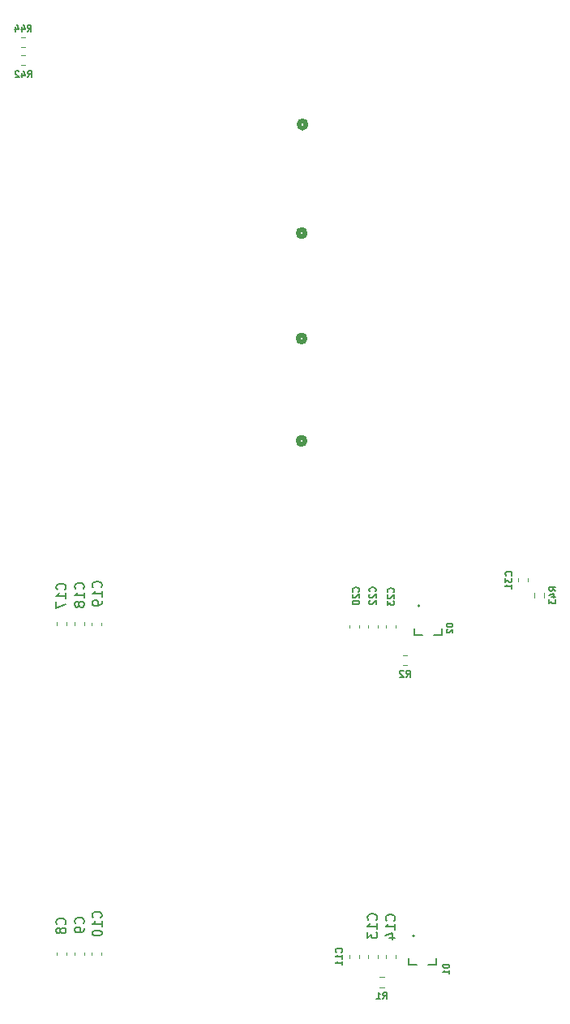
<source format=gbr>
%TF.GenerationSoftware,KiCad,Pcbnew,8.0.6*%
%TF.CreationDate,2025-05-15T16:07:21-04:00*%
%TF.ProjectId,2 - COLD_TPC_P25M5,32202d20-434f-44c4-945f-5450435f5032,rev?*%
%TF.SameCoordinates,Original*%
%TF.FileFunction,Legend,Bot*%
%TF.FilePolarity,Positive*%
%FSLAX46Y46*%
G04 Gerber Fmt 4.6, Leading zero omitted, Abs format (unit mm)*
G04 Created by KiCad (PCBNEW 8.0.6) date 2025-05-15 16:07:21*
%MOMM*%
%LPD*%
G01*
G04 APERTURE LIST*
%ADD10C,0.150000*%
%ADD11C,0.508000*%
%ADD12C,0.120000*%
%ADD13C,0.127000*%
%ADD14C,0.200000*%
G04 APERTURE END LIST*
D10*
X217146866Y-162929999D02*
X217180200Y-162896666D01*
X217180200Y-162896666D02*
X217213533Y-162796666D01*
X217213533Y-162796666D02*
X217213533Y-162729999D01*
X217213533Y-162729999D02*
X217180200Y-162629999D01*
X217180200Y-162629999D02*
X217113533Y-162563333D01*
X217113533Y-162563333D02*
X217046866Y-162529999D01*
X217046866Y-162529999D02*
X216913533Y-162496666D01*
X216913533Y-162496666D02*
X216813533Y-162496666D01*
X216813533Y-162496666D02*
X216680200Y-162529999D01*
X216680200Y-162529999D02*
X216613533Y-162563333D01*
X216613533Y-162563333D02*
X216546866Y-162629999D01*
X216546866Y-162629999D02*
X216513533Y-162729999D01*
X216513533Y-162729999D02*
X216513533Y-162796666D01*
X216513533Y-162796666D02*
X216546866Y-162896666D01*
X216546866Y-162896666D02*
X216580200Y-162929999D01*
X217213533Y-163596666D02*
X217213533Y-163196666D01*
X217213533Y-163396666D02*
X216513533Y-163396666D01*
X216513533Y-163396666D02*
X216613533Y-163329999D01*
X216613533Y-163329999D02*
X216680200Y-163263333D01*
X216680200Y-163263333D02*
X216713533Y-163196666D01*
X217213533Y-164263333D02*
X217213533Y-163863333D01*
X217213533Y-164063333D02*
X216513533Y-164063333D01*
X216513533Y-164063333D02*
X216613533Y-163996666D01*
X216613533Y-163996666D02*
X216680200Y-163930000D01*
X216680200Y-163930000D02*
X216713533Y-163863333D01*
X234869366Y-123649999D02*
X234902700Y-123616666D01*
X234902700Y-123616666D02*
X234936033Y-123516666D01*
X234936033Y-123516666D02*
X234936033Y-123449999D01*
X234936033Y-123449999D02*
X234902700Y-123349999D01*
X234902700Y-123349999D02*
X234836033Y-123283333D01*
X234836033Y-123283333D02*
X234769366Y-123249999D01*
X234769366Y-123249999D02*
X234636033Y-123216666D01*
X234636033Y-123216666D02*
X234536033Y-123216666D01*
X234536033Y-123216666D02*
X234402700Y-123249999D01*
X234402700Y-123249999D02*
X234336033Y-123283333D01*
X234336033Y-123283333D02*
X234269366Y-123349999D01*
X234269366Y-123349999D02*
X234236033Y-123449999D01*
X234236033Y-123449999D02*
X234236033Y-123516666D01*
X234236033Y-123516666D02*
X234269366Y-123616666D01*
X234269366Y-123616666D02*
X234302700Y-123649999D01*
X234236033Y-123883333D02*
X234236033Y-124316666D01*
X234236033Y-124316666D02*
X234502700Y-124083333D01*
X234502700Y-124083333D02*
X234502700Y-124183333D01*
X234502700Y-124183333D02*
X234536033Y-124249999D01*
X234536033Y-124249999D02*
X234569366Y-124283333D01*
X234569366Y-124283333D02*
X234636033Y-124316666D01*
X234636033Y-124316666D02*
X234802700Y-124316666D01*
X234802700Y-124316666D02*
X234869366Y-124283333D01*
X234869366Y-124283333D02*
X234902700Y-124249999D01*
X234902700Y-124249999D02*
X234936033Y-124183333D01*
X234936033Y-124183333D02*
X234936033Y-123983333D01*
X234936033Y-123983333D02*
X234902700Y-123916666D01*
X234902700Y-123916666D02*
X234869366Y-123883333D01*
X234936033Y-124983333D02*
X234936033Y-124583333D01*
X234936033Y-124783333D02*
X234236033Y-124783333D01*
X234236033Y-124783333D02*
X234336033Y-124716666D01*
X234336033Y-124716666D02*
X234402700Y-124650000D01*
X234402700Y-124650000D02*
X234436033Y-124583333D01*
X188254580Y-125107142D02*
X188302200Y-125059523D01*
X188302200Y-125059523D02*
X188349819Y-124916666D01*
X188349819Y-124916666D02*
X188349819Y-124821428D01*
X188349819Y-124821428D02*
X188302200Y-124678571D01*
X188302200Y-124678571D02*
X188206961Y-124583333D01*
X188206961Y-124583333D02*
X188111723Y-124535714D01*
X188111723Y-124535714D02*
X187921247Y-124488095D01*
X187921247Y-124488095D02*
X187778390Y-124488095D01*
X187778390Y-124488095D02*
X187587914Y-124535714D01*
X187587914Y-124535714D02*
X187492676Y-124583333D01*
X187492676Y-124583333D02*
X187397438Y-124678571D01*
X187397438Y-124678571D02*
X187349819Y-124821428D01*
X187349819Y-124821428D02*
X187349819Y-124916666D01*
X187349819Y-124916666D02*
X187397438Y-125059523D01*
X187397438Y-125059523D02*
X187445057Y-125107142D01*
X188349819Y-126059523D02*
X188349819Y-125488095D01*
X188349819Y-125773809D02*
X187349819Y-125773809D01*
X187349819Y-125773809D02*
X187492676Y-125678571D01*
X187492676Y-125678571D02*
X187587914Y-125583333D01*
X187587914Y-125583333D02*
X187635533Y-125488095D01*
X187349819Y-126392857D02*
X187349819Y-127059523D01*
X187349819Y-127059523D02*
X188349819Y-126630952D01*
X192014580Y-124887142D02*
X192062200Y-124839523D01*
X192062200Y-124839523D02*
X192109819Y-124696666D01*
X192109819Y-124696666D02*
X192109819Y-124601428D01*
X192109819Y-124601428D02*
X192062200Y-124458571D01*
X192062200Y-124458571D02*
X191966961Y-124363333D01*
X191966961Y-124363333D02*
X191871723Y-124315714D01*
X191871723Y-124315714D02*
X191681247Y-124268095D01*
X191681247Y-124268095D02*
X191538390Y-124268095D01*
X191538390Y-124268095D02*
X191347914Y-124315714D01*
X191347914Y-124315714D02*
X191252676Y-124363333D01*
X191252676Y-124363333D02*
X191157438Y-124458571D01*
X191157438Y-124458571D02*
X191109819Y-124601428D01*
X191109819Y-124601428D02*
X191109819Y-124696666D01*
X191109819Y-124696666D02*
X191157438Y-124839523D01*
X191157438Y-124839523D02*
X191205057Y-124887142D01*
X192109819Y-125839523D02*
X192109819Y-125268095D01*
X192109819Y-125553809D02*
X191109819Y-125553809D01*
X191109819Y-125553809D02*
X191252676Y-125458571D01*
X191252676Y-125458571D02*
X191347914Y-125363333D01*
X191347914Y-125363333D02*
X191395533Y-125268095D01*
X192109819Y-126315714D02*
X192109819Y-126506190D01*
X192109819Y-126506190D02*
X192062200Y-126601428D01*
X192062200Y-126601428D02*
X192014580Y-126649047D01*
X192014580Y-126649047D02*
X191871723Y-126744285D01*
X191871723Y-126744285D02*
X191681247Y-126791904D01*
X191681247Y-126791904D02*
X191300295Y-126791904D01*
X191300295Y-126791904D02*
X191205057Y-126744285D01*
X191205057Y-126744285D02*
X191157438Y-126696666D01*
X191157438Y-126696666D02*
X191109819Y-126601428D01*
X191109819Y-126601428D02*
X191109819Y-126410952D01*
X191109819Y-126410952D02*
X191157438Y-126315714D01*
X191157438Y-126315714D02*
X191205057Y-126268095D01*
X191205057Y-126268095D02*
X191300295Y-126220476D01*
X191300295Y-126220476D02*
X191538390Y-126220476D01*
X191538390Y-126220476D02*
X191633628Y-126268095D01*
X191633628Y-126268095D02*
X191681247Y-126315714D01*
X191681247Y-126315714D02*
X191728866Y-126410952D01*
X191728866Y-126410952D02*
X191728866Y-126601428D01*
X191728866Y-126601428D02*
X191681247Y-126696666D01*
X191681247Y-126696666D02*
X191633628Y-126744285D01*
X191633628Y-126744285D02*
X191538390Y-126791904D01*
X190184580Y-125027142D02*
X190232200Y-124979523D01*
X190232200Y-124979523D02*
X190279819Y-124836666D01*
X190279819Y-124836666D02*
X190279819Y-124741428D01*
X190279819Y-124741428D02*
X190232200Y-124598571D01*
X190232200Y-124598571D02*
X190136961Y-124503333D01*
X190136961Y-124503333D02*
X190041723Y-124455714D01*
X190041723Y-124455714D02*
X189851247Y-124408095D01*
X189851247Y-124408095D02*
X189708390Y-124408095D01*
X189708390Y-124408095D02*
X189517914Y-124455714D01*
X189517914Y-124455714D02*
X189422676Y-124503333D01*
X189422676Y-124503333D02*
X189327438Y-124598571D01*
X189327438Y-124598571D02*
X189279819Y-124741428D01*
X189279819Y-124741428D02*
X189279819Y-124836666D01*
X189279819Y-124836666D02*
X189327438Y-124979523D01*
X189327438Y-124979523D02*
X189375057Y-125027142D01*
X190279819Y-125979523D02*
X190279819Y-125408095D01*
X190279819Y-125693809D02*
X189279819Y-125693809D01*
X189279819Y-125693809D02*
X189422676Y-125598571D01*
X189422676Y-125598571D02*
X189517914Y-125503333D01*
X189517914Y-125503333D02*
X189565533Y-125408095D01*
X189708390Y-126550952D02*
X189660771Y-126455714D01*
X189660771Y-126455714D02*
X189613152Y-126408095D01*
X189613152Y-126408095D02*
X189517914Y-126360476D01*
X189517914Y-126360476D02*
X189470295Y-126360476D01*
X189470295Y-126360476D02*
X189375057Y-126408095D01*
X189375057Y-126408095D02*
X189327438Y-126455714D01*
X189327438Y-126455714D02*
X189279819Y-126550952D01*
X189279819Y-126550952D02*
X189279819Y-126741428D01*
X189279819Y-126741428D02*
X189327438Y-126836666D01*
X189327438Y-126836666D02*
X189375057Y-126884285D01*
X189375057Y-126884285D02*
X189470295Y-126931904D01*
X189470295Y-126931904D02*
X189517914Y-126931904D01*
X189517914Y-126931904D02*
X189613152Y-126884285D01*
X189613152Y-126884285D02*
X189660771Y-126836666D01*
X189660771Y-126836666D02*
X189708390Y-126741428D01*
X189708390Y-126741428D02*
X189708390Y-126550952D01*
X189708390Y-126550952D02*
X189756009Y-126455714D01*
X189756009Y-126455714D02*
X189803628Y-126408095D01*
X189803628Y-126408095D02*
X189898866Y-126360476D01*
X189898866Y-126360476D02*
X190089342Y-126360476D01*
X190089342Y-126360476D02*
X190184580Y-126408095D01*
X190184580Y-126408095D02*
X190232200Y-126455714D01*
X190232200Y-126455714D02*
X190279819Y-126550952D01*
X190279819Y-126550952D02*
X190279819Y-126741428D01*
X190279819Y-126741428D02*
X190232200Y-126836666D01*
X190232200Y-126836666D02*
X190184580Y-126884285D01*
X190184580Y-126884285D02*
X190089342Y-126931904D01*
X190089342Y-126931904D02*
X189898866Y-126931904D01*
X189898866Y-126931904D02*
X189803628Y-126884285D01*
X189803628Y-126884285D02*
X189756009Y-126836666D01*
X189756009Y-126836666D02*
X189708390Y-126741428D01*
X222544366Y-125389999D02*
X222577700Y-125356666D01*
X222577700Y-125356666D02*
X222611033Y-125256666D01*
X222611033Y-125256666D02*
X222611033Y-125189999D01*
X222611033Y-125189999D02*
X222577700Y-125089999D01*
X222577700Y-125089999D02*
X222511033Y-125023333D01*
X222511033Y-125023333D02*
X222444366Y-124989999D01*
X222444366Y-124989999D02*
X222311033Y-124956666D01*
X222311033Y-124956666D02*
X222211033Y-124956666D01*
X222211033Y-124956666D02*
X222077700Y-124989999D01*
X222077700Y-124989999D02*
X222011033Y-125023333D01*
X222011033Y-125023333D02*
X221944366Y-125089999D01*
X221944366Y-125089999D02*
X221911033Y-125189999D01*
X221911033Y-125189999D02*
X221911033Y-125256666D01*
X221911033Y-125256666D02*
X221944366Y-125356666D01*
X221944366Y-125356666D02*
X221977700Y-125389999D01*
X221977700Y-125656666D02*
X221944366Y-125689999D01*
X221944366Y-125689999D02*
X221911033Y-125756666D01*
X221911033Y-125756666D02*
X221911033Y-125923333D01*
X221911033Y-125923333D02*
X221944366Y-125989999D01*
X221944366Y-125989999D02*
X221977700Y-126023333D01*
X221977700Y-126023333D02*
X222044366Y-126056666D01*
X222044366Y-126056666D02*
X222111033Y-126056666D01*
X222111033Y-126056666D02*
X222211033Y-126023333D01*
X222211033Y-126023333D02*
X222611033Y-125623333D01*
X222611033Y-125623333D02*
X222611033Y-126056666D01*
X221911033Y-126290000D02*
X221911033Y-126723333D01*
X221911033Y-126723333D02*
X222177700Y-126490000D01*
X222177700Y-126490000D02*
X222177700Y-126590000D01*
X222177700Y-126590000D02*
X222211033Y-126656666D01*
X222211033Y-126656666D02*
X222244366Y-126690000D01*
X222244366Y-126690000D02*
X222311033Y-126723333D01*
X222311033Y-126723333D02*
X222477700Y-126723333D01*
X222477700Y-126723333D02*
X222544366Y-126690000D01*
X222544366Y-126690000D02*
X222577700Y-126656666D01*
X222577700Y-126656666D02*
X222611033Y-126590000D01*
X222611033Y-126590000D02*
X222611033Y-126390000D01*
X222611033Y-126390000D02*
X222577700Y-126323333D01*
X222577700Y-126323333D02*
X222544366Y-126290000D01*
X190177080Y-159923333D02*
X190224700Y-159875714D01*
X190224700Y-159875714D02*
X190272319Y-159732857D01*
X190272319Y-159732857D02*
X190272319Y-159637619D01*
X190272319Y-159637619D02*
X190224700Y-159494762D01*
X190224700Y-159494762D02*
X190129461Y-159399524D01*
X190129461Y-159399524D02*
X190034223Y-159351905D01*
X190034223Y-159351905D02*
X189843747Y-159304286D01*
X189843747Y-159304286D02*
X189700890Y-159304286D01*
X189700890Y-159304286D02*
X189510414Y-159351905D01*
X189510414Y-159351905D02*
X189415176Y-159399524D01*
X189415176Y-159399524D02*
X189319938Y-159494762D01*
X189319938Y-159494762D02*
X189272319Y-159637619D01*
X189272319Y-159637619D02*
X189272319Y-159732857D01*
X189272319Y-159732857D02*
X189319938Y-159875714D01*
X189319938Y-159875714D02*
X189367557Y-159923333D01*
X190272319Y-160399524D02*
X190272319Y-160590000D01*
X190272319Y-160590000D02*
X190224700Y-160685238D01*
X190224700Y-160685238D02*
X190177080Y-160732857D01*
X190177080Y-160732857D02*
X190034223Y-160828095D01*
X190034223Y-160828095D02*
X189843747Y-160875714D01*
X189843747Y-160875714D02*
X189462795Y-160875714D01*
X189462795Y-160875714D02*
X189367557Y-160828095D01*
X189367557Y-160828095D02*
X189319938Y-160780476D01*
X189319938Y-160780476D02*
X189272319Y-160685238D01*
X189272319Y-160685238D02*
X189272319Y-160494762D01*
X189272319Y-160494762D02*
X189319938Y-160399524D01*
X189319938Y-160399524D02*
X189367557Y-160351905D01*
X189367557Y-160351905D02*
X189462795Y-160304286D01*
X189462795Y-160304286D02*
X189700890Y-160304286D01*
X189700890Y-160304286D02*
X189796128Y-160351905D01*
X189796128Y-160351905D02*
X189843747Y-160399524D01*
X189843747Y-160399524D02*
X189891366Y-160494762D01*
X189891366Y-160494762D02*
X189891366Y-160685238D01*
X189891366Y-160685238D02*
X189843747Y-160780476D01*
X189843747Y-160780476D02*
X189796128Y-160828095D01*
X189796128Y-160828095D02*
X189700890Y-160875714D01*
X239506033Y-125249999D02*
X239172700Y-125016666D01*
X239506033Y-124849999D02*
X238806033Y-124849999D01*
X238806033Y-124849999D02*
X238806033Y-125116666D01*
X238806033Y-125116666D02*
X238839366Y-125183333D01*
X238839366Y-125183333D02*
X238872700Y-125216666D01*
X238872700Y-125216666D02*
X238939366Y-125249999D01*
X238939366Y-125249999D02*
X239039366Y-125249999D01*
X239039366Y-125249999D02*
X239106033Y-125216666D01*
X239106033Y-125216666D02*
X239139366Y-125183333D01*
X239139366Y-125183333D02*
X239172700Y-125116666D01*
X239172700Y-125116666D02*
X239172700Y-124849999D01*
X239039366Y-125849999D02*
X239506033Y-125849999D01*
X238772700Y-125683333D02*
X239272700Y-125516666D01*
X239272700Y-125516666D02*
X239272700Y-125949999D01*
X238806033Y-126150000D02*
X238806033Y-126583333D01*
X238806033Y-126583333D02*
X239072700Y-126350000D01*
X239072700Y-126350000D02*
X239072700Y-126450000D01*
X239072700Y-126450000D02*
X239106033Y-126516666D01*
X239106033Y-126516666D02*
X239139366Y-126550000D01*
X239139366Y-126550000D02*
X239206033Y-126583333D01*
X239206033Y-126583333D02*
X239372700Y-126583333D01*
X239372700Y-126583333D02*
X239439366Y-126550000D01*
X239439366Y-126550000D02*
X239472700Y-126516666D01*
X239472700Y-126516666D02*
X239506033Y-126450000D01*
X239506033Y-126450000D02*
X239506033Y-126250000D01*
X239506033Y-126250000D02*
X239472700Y-126183333D01*
X239472700Y-126183333D02*
X239439366Y-126150000D01*
X188247080Y-160003333D02*
X188294700Y-159955714D01*
X188294700Y-159955714D02*
X188342319Y-159812857D01*
X188342319Y-159812857D02*
X188342319Y-159717619D01*
X188342319Y-159717619D02*
X188294700Y-159574762D01*
X188294700Y-159574762D02*
X188199461Y-159479524D01*
X188199461Y-159479524D02*
X188104223Y-159431905D01*
X188104223Y-159431905D02*
X187913747Y-159384286D01*
X187913747Y-159384286D02*
X187770890Y-159384286D01*
X187770890Y-159384286D02*
X187580414Y-159431905D01*
X187580414Y-159431905D02*
X187485176Y-159479524D01*
X187485176Y-159479524D02*
X187389938Y-159574762D01*
X187389938Y-159574762D02*
X187342319Y-159717619D01*
X187342319Y-159717619D02*
X187342319Y-159812857D01*
X187342319Y-159812857D02*
X187389938Y-159955714D01*
X187389938Y-159955714D02*
X187437557Y-160003333D01*
X187770890Y-160574762D02*
X187723271Y-160479524D01*
X187723271Y-160479524D02*
X187675652Y-160431905D01*
X187675652Y-160431905D02*
X187580414Y-160384286D01*
X187580414Y-160384286D02*
X187532795Y-160384286D01*
X187532795Y-160384286D02*
X187437557Y-160431905D01*
X187437557Y-160431905D02*
X187389938Y-160479524D01*
X187389938Y-160479524D02*
X187342319Y-160574762D01*
X187342319Y-160574762D02*
X187342319Y-160765238D01*
X187342319Y-160765238D02*
X187389938Y-160860476D01*
X187389938Y-160860476D02*
X187437557Y-160908095D01*
X187437557Y-160908095D02*
X187532795Y-160955714D01*
X187532795Y-160955714D02*
X187580414Y-160955714D01*
X187580414Y-160955714D02*
X187675652Y-160908095D01*
X187675652Y-160908095D02*
X187723271Y-160860476D01*
X187723271Y-160860476D02*
X187770890Y-160765238D01*
X187770890Y-160765238D02*
X187770890Y-160574762D01*
X187770890Y-160574762D02*
X187818509Y-160479524D01*
X187818509Y-160479524D02*
X187866128Y-160431905D01*
X187866128Y-160431905D02*
X187961366Y-160384286D01*
X187961366Y-160384286D02*
X188151842Y-160384286D01*
X188151842Y-160384286D02*
X188247080Y-160431905D01*
X188247080Y-160431905D02*
X188294700Y-160479524D01*
X188294700Y-160479524D02*
X188342319Y-160574762D01*
X188342319Y-160574762D02*
X188342319Y-160765238D01*
X188342319Y-160765238D02*
X188294700Y-160860476D01*
X188294700Y-160860476D02*
X188247080Y-160908095D01*
X188247080Y-160908095D02*
X188151842Y-160955714D01*
X188151842Y-160955714D02*
X187961366Y-160955714D01*
X187961366Y-160955714D02*
X187866128Y-160908095D01*
X187866128Y-160908095D02*
X187818509Y-160860476D01*
X187818509Y-160860476D02*
X187770890Y-160765238D01*
X221444166Y-167786033D02*
X221677499Y-167452700D01*
X221844166Y-167786033D02*
X221844166Y-167086033D01*
X221844166Y-167086033D02*
X221577499Y-167086033D01*
X221577499Y-167086033D02*
X221510833Y-167119366D01*
X221510833Y-167119366D02*
X221477499Y-167152700D01*
X221477499Y-167152700D02*
X221444166Y-167219366D01*
X221444166Y-167219366D02*
X221444166Y-167319366D01*
X221444166Y-167319366D02*
X221477499Y-167386033D01*
X221477499Y-167386033D02*
X221510833Y-167419366D01*
X221510833Y-167419366D02*
X221577499Y-167452700D01*
X221577499Y-167452700D02*
X221844166Y-167452700D01*
X220777499Y-167786033D02*
X221177499Y-167786033D01*
X220977499Y-167786033D02*
X220977499Y-167086033D01*
X220977499Y-167086033D02*
X221044166Y-167186033D01*
X221044166Y-167186033D02*
X221110833Y-167252700D01*
X221110833Y-167252700D02*
X221177499Y-167286033D01*
X184330000Y-66936033D02*
X184563333Y-66602700D01*
X184730000Y-66936033D02*
X184730000Y-66236033D01*
X184730000Y-66236033D02*
X184463333Y-66236033D01*
X184463333Y-66236033D02*
X184396667Y-66269366D01*
X184396667Y-66269366D02*
X184363333Y-66302700D01*
X184363333Y-66302700D02*
X184330000Y-66369366D01*
X184330000Y-66369366D02*
X184330000Y-66469366D01*
X184330000Y-66469366D02*
X184363333Y-66536033D01*
X184363333Y-66536033D02*
X184396667Y-66569366D01*
X184396667Y-66569366D02*
X184463333Y-66602700D01*
X184463333Y-66602700D02*
X184730000Y-66602700D01*
X183730000Y-66469366D02*
X183730000Y-66936033D01*
X183896667Y-66202700D02*
X184063333Y-66702700D01*
X184063333Y-66702700D02*
X183630000Y-66702700D01*
X183063333Y-66469366D02*
X183063333Y-66936033D01*
X183230000Y-66202700D02*
X183396666Y-66702700D01*
X183396666Y-66702700D02*
X182963333Y-66702700D01*
X218904366Y-125329999D02*
X218937700Y-125296666D01*
X218937700Y-125296666D02*
X218971033Y-125196666D01*
X218971033Y-125196666D02*
X218971033Y-125129999D01*
X218971033Y-125129999D02*
X218937700Y-125029999D01*
X218937700Y-125029999D02*
X218871033Y-124963333D01*
X218871033Y-124963333D02*
X218804366Y-124929999D01*
X218804366Y-124929999D02*
X218671033Y-124896666D01*
X218671033Y-124896666D02*
X218571033Y-124896666D01*
X218571033Y-124896666D02*
X218437700Y-124929999D01*
X218437700Y-124929999D02*
X218371033Y-124963333D01*
X218371033Y-124963333D02*
X218304366Y-125029999D01*
X218304366Y-125029999D02*
X218271033Y-125129999D01*
X218271033Y-125129999D02*
X218271033Y-125196666D01*
X218271033Y-125196666D02*
X218304366Y-125296666D01*
X218304366Y-125296666D02*
X218337700Y-125329999D01*
X218337700Y-125596666D02*
X218304366Y-125629999D01*
X218304366Y-125629999D02*
X218271033Y-125696666D01*
X218271033Y-125696666D02*
X218271033Y-125863333D01*
X218271033Y-125863333D02*
X218304366Y-125929999D01*
X218304366Y-125929999D02*
X218337700Y-125963333D01*
X218337700Y-125963333D02*
X218404366Y-125996666D01*
X218404366Y-125996666D02*
X218471033Y-125996666D01*
X218471033Y-125996666D02*
X218571033Y-125963333D01*
X218571033Y-125963333D02*
X218971033Y-125563333D01*
X218971033Y-125563333D02*
X218971033Y-125996666D01*
X218271033Y-126430000D02*
X218271033Y-126496666D01*
X218271033Y-126496666D02*
X218304366Y-126563333D01*
X218304366Y-126563333D02*
X218337700Y-126596666D01*
X218337700Y-126596666D02*
X218404366Y-126630000D01*
X218404366Y-126630000D02*
X218537700Y-126663333D01*
X218537700Y-126663333D02*
X218704366Y-126663333D01*
X218704366Y-126663333D02*
X218837700Y-126630000D01*
X218837700Y-126630000D02*
X218904366Y-126596666D01*
X218904366Y-126596666D02*
X218937700Y-126563333D01*
X218937700Y-126563333D02*
X218971033Y-126496666D01*
X218971033Y-126496666D02*
X218971033Y-126430000D01*
X218971033Y-126430000D02*
X218937700Y-126363333D01*
X218937700Y-126363333D02*
X218904366Y-126330000D01*
X218904366Y-126330000D02*
X218837700Y-126296666D01*
X218837700Y-126296666D02*
X218704366Y-126263333D01*
X218704366Y-126263333D02*
X218537700Y-126263333D01*
X218537700Y-126263333D02*
X218404366Y-126296666D01*
X218404366Y-126296666D02*
X218337700Y-126330000D01*
X218337700Y-126330000D02*
X218304366Y-126363333D01*
X218304366Y-126363333D02*
X218271033Y-126430000D01*
X223871666Y-134236033D02*
X224104999Y-133902700D01*
X224271666Y-134236033D02*
X224271666Y-133536033D01*
X224271666Y-133536033D02*
X224004999Y-133536033D01*
X224004999Y-133536033D02*
X223938333Y-133569366D01*
X223938333Y-133569366D02*
X223904999Y-133602700D01*
X223904999Y-133602700D02*
X223871666Y-133669366D01*
X223871666Y-133669366D02*
X223871666Y-133769366D01*
X223871666Y-133769366D02*
X223904999Y-133836033D01*
X223904999Y-133836033D02*
X223938333Y-133869366D01*
X223938333Y-133869366D02*
X224004999Y-133902700D01*
X224004999Y-133902700D02*
X224271666Y-133902700D01*
X223604999Y-133602700D02*
X223571666Y-133569366D01*
X223571666Y-133569366D02*
X223504999Y-133536033D01*
X223504999Y-133536033D02*
X223338333Y-133536033D01*
X223338333Y-133536033D02*
X223271666Y-133569366D01*
X223271666Y-133569366D02*
X223238333Y-133602700D01*
X223238333Y-133602700D02*
X223204999Y-133669366D01*
X223204999Y-133669366D02*
X223204999Y-133736033D01*
X223204999Y-133736033D02*
X223238333Y-133836033D01*
X223238333Y-133836033D02*
X223638333Y-134236033D01*
X223638333Y-134236033D02*
X223204999Y-134236033D01*
X228743276Y-128657618D02*
X228103276Y-128657618D01*
X228103276Y-128657618D02*
X228103276Y-128809999D01*
X228103276Y-128809999D02*
X228133752Y-128901428D01*
X228133752Y-128901428D02*
X228194704Y-128962380D01*
X228194704Y-128962380D02*
X228255657Y-128992857D01*
X228255657Y-128992857D02*
X228377561Y-129023333D01*
X228377561Y-129023333D02*
X228468990Y-129023333D01*
X228468990Y-129023333D02*
X228590895Y-128992857D01*
X228590895Y-128992857D02*
X228651847Y-128962380D01*
X228651847Y-128962380D02*
X228712800Y-128901428D01*
X228712800Y-128901428D02*
X228743276Y-128809999D01*
X228743276Y-128809999D02*
X228743276Y-128657618D01*
X228164228Y-129267142D02*
X228133752Y-129297618D01*
X228133752Y-129297618D02*
X228103276Y-129358571D01*
X228103276Y-129358571D02*
X228103276Y-129510952D01*
X228103276Y-129510952D02*
X228133752Y-129571904D01*
X228133752Y-129571904D02*
X228164228Y-129602380D01*
X228164228Y-129602380D02*
X228225180Y-129632857D01*
X228225180Y-129632857D02*
X228286133Y-129632857D01*
X228286133Y-129632857D02*
X228377561Y-129602380D01*
X228377561Y-129602380D02*
X228743276Y-129236666D01*
X228743276Y-129236666D02*
X228743276Y-129632857D01*
X220757080Y-159537142D02*
X220804700Y-159489523D01*
X220804700Y-159489523D02*
X220852319Y-159346666D01*
X220852319Y-159346666D02*
X220852319Y-159251428D01*
X220852319Y-159251428D02*
X220804700Y-159108571D01*
X220804700Y-159108571D02*
X220709461Y-159013333D01*
X220709461Y-159013333D02*
X220614223Y-158965714D01*
X220614223Y-158965714D02*
X220423747Y-158918095D01*
X220423747Y-158918095D02*
X220280890Y-158918095D01*
X220280890Y-158918095D02*
X220090414Y-158965714D01*
X220090414Y-158965714D02*
X219995176Y-159013333D01*
X219995176Y-159013333D02*
X219899938Y-159108571D01*
X219899938Y-159108571D02*
X219852319Y-159251428D01*
X219852319Y-159251428D02*
X219852319Y-159346666D01*
X219852319Y-159346666D02*
X219899938Y-159489523D01*
X219899938Y-159489523D02*
X219947557Y-159537142D01*
X220852319Y-160489523D02*
X220852319Y-159918095D01*
X220852319Y-160203809D02*
X219852319Y-160203809D01*
X219852319Y-160203809D02*
X219995176Y-160108571D01*
X219995176Y-160108571D02*
X220090414Y-160013333D01*
X220090414Y-160013333D02*
X220138033Y-159918095D01*
X219852319Y-160822857D02*
X219852319Y-161441904D01*
X219852319Y-161441904D02*
X220233271Y-161108571D01*
X220233271Y-161108571D02*
X220233271Y-161251428D01*
X220233271Y-161251428D02*
X220280890Y-161346666D01*
X220280890Y-161346666D02*
X220328509Y-161394285D01*
X220328509Y-161394285D02*
X220423747Y-161441904D01*
X220423747Y-161441904D02*
X220661842Y-161441904D01*
X220661842Y-161441904D02*
X220757080Y-161394285D01*
X220757080Y-161394285D02*
X220804700Y-161346666D01*
X220804700Y-161346666D02*
X220852319Y-161251428D01*
X220852319Y-161251428D02*
X220852319Y-160965714D01*
X220852319Y-160965714D02*
X220804700Y-160870476D01*
X220804700Y-160870476D02*
X220757080Y-160822857D01*
X220654366Y-125309999D02*
X220687700Y-125276666D01*
X220687700Y-125276666D02*
X220721033Y-125176666D01*
X220721033Y-125176666D02*
X220721033Y-125109999D01*
X220721033Y-125109999D02*
X220687700Y-125009999D01*
X220687700Y-125009999D02*
X220621033Y-124943333D01*
X220621033Y-124943333D02*
X220554366Y-124909999D01*
X220554366Y-124909999D02*
X220421033Y-124876666D01*
X220421033Y-124876666D02*
X220321033Y-124876666D01*
X220321033Y-124876666D02*
X220187700Y-124909999D01*
X220187700Y-124909999D02*
X220121033Y-124943333D01*
X220121033Y-124943333D02*
X220054366Y-125009999D01*
X220054366Y-125009999D02*
X220021033Y-125109999D01*
X220021033Y-125109999D02*
X220021033Y-125176666D01*
X220021033Y-125176666D02*
X220054366Y-125276666D01*
X220054366Y-125276666D02*
X220087700Y-125309999D01*
X220087700Y-125576666D02*
X220054366Y-125609999D01*
X220054366Y-125609999D02*
X220021033Y-125676666D01*
X220021033Y-125676666D02*
X220021033Y-125843333D01*
X220021033Y-125843333D02*
X220054366Y-125909999D01*
X220054366Y-125909999D02*
X220087700Y-125943333D01*
X220087700Y-125943333D02*
X220154366Y-125976666D01*
X220154366Y-125976666D02*
X220221033Y-125976666D01*
X220221033Y-125976666D02*
X220321033Y-125943333D01*
X220321033Y-125943333D02*
X220721033Y-125543333D01*
X220721033Y-125543333D02*
X220721033Y-125976666D01*
X220087700Y-126243333D02*
X220054366Y-126276666D01*
X220054366Y-126276666D02*
X220021033Y-126343333D01*
X220021033Y-126343333D02*
X220021033Y-126510000D01*
X220021033Y-126510000D02*
X220054366Y-126576666D01*
X220054366Y-126576666D02*
X220087700Y-126610000D01*
X220087700Y-126610000D02*
X220154366Y-126643333D01*
X220154366Y-126643333D02*
X220221033Y-126643333D01*
X220221033Y-126643333D02*
X220321033Y-126610000D01*
X220321033Y-126610000D02*
X220721033Y-126210000D01*
X220721033Y-126210000D02*
X220721033Y-126643333D01*
X222647080Y-159617142D02*
X222694700Y-159569523D01*
X222694700Y-159569523D02*
X222742319Y-159426666D01*
X222742319Y-159426666D02*
X222742319Y-159331428D01*
X222742319Y-159331428D02*
X222694700Y-159188571D01*
X222694700Y-159188571D02*
X222599461Y-159093333D01*
X222599461Y-159093333D02*
X222504223Y-159045714D01*
X222504223Y-159045714D02*
X222313747Y-158998095D01*
X222313747Y-158998095D02*
X222170890Y-158998095D01*
X222170890Y-158998095D02*
X221980414Y-159045714D01*
X221980414Y-159045714D02*
X221885176Y-159093333D01*
X221885176Y-159093333D02*
X221789938Y-159188571D01*
X221789938Y-159188571D02*
X221742319Y-159331428D01*
X221742319Y-159331428D02*
X221742319Y-159426666D01*
X221742319Y-159426666D02*
X221789938Y-159569523D01*
X221789938Y-159569523D02*
X221837557Y-159617142D01*
X222742319Y-160569523D02*
X222742319Y-159998095D01*
X222742319Y-160283809D02*
X221742319Y-160283809D01*
X221742319Y-160283809D02*
X221885176Y-160188571D01*
X221885176Y-160188571D02*
X221980414Y-160093333D01*
X221980414Y-160093333D02*
X222028033Y-159998095D01*
X222075652Y-161426666D02*
X222742319Y-161426666D01*
X221694700Y-161188571D02*
X222408985Y-160950476D01*
X222408985Y-160950476D02*
X222408985Y-161569523D01*
X184390000Y-71706033D02*
X184623333Y-71372700D01*
X184790000Y-71706033D02*
X184790000Y-71006033D01*
X184790000Y-71006033D02*
X184523333Y-71006033D01*
X184523333Y-71006033D02*
X184456667Y-71039366D01*
X184456667Y-71039366D02*
X184423333Y-71072700D01*
X184423333Y-71072700D02*
X184390000Y-71139366D01*
X184390000Y-71139366D02*
X184390000Y-71239366D01*
X184390000Y-71239366D02*
X184423333Y-71306033D01*
X184423333Y-71306033D02*
X184456667Y-71339366D01*
X184456667Y-71339366D02*
X184523333Y-71372700D01*
X184523333Y-71372700D02*
X184790000Y-71372700D01*
X183790000Y-71239366D02*
X183790000Y-71706033D01*
X183956667Y-70972700D02*
X184123333Y-71472700D01*
X184123333Y-71472700D02*
X183690000Y-71472700D01*
X183456666Y-71072700D02*
X183423333Y-71039366D01*
X183423333Y-71039366D02*
X183356666Y-71006033D01*
X183356666Y-71006033D02*
X183190000Y-71006033D01*
X183190000Y-71006033D02*
X183123333Y-71039366D01*
X183123333Y-71039366D02*
X183090000Y-71072700D01*
X183090000Y-71072700D02*
X183056666Y-71139366D01*
X183056666Y-71139366D02*
X183056666Y-71206033D01*
X183056666Y-71206033D02*
X183090000Y-71306033D01*
X183090000Y-71306033D02*
X183490000Y-71706033D01*
X183490000Y-71706033D02*
X183056666Y-71706033D01*
X192007080Y-159307142D02*
X192054700Y-159259523D01*
X192054700Y-159259523D02*
X192102319Y-159116666D01*
X192102319Y-159116666D02*
X192102319Y-159021428D01*
X192102319Y-159021428D02*
X192054700Y-158878571D01*
X192054700Y-158878571D02*
X191959461Y-158783333D01*
X191959461Y-158783333D02*
X191864223Y-158735714D01*
X191864223Y-158735714D02*
X191673747Y-158688095D01*
X191673747Y-158688095D02*
X191530890Y-158688095D01*
X191530890Y-158688095D02*
X191340414Y-158735714D01*
X191340414Y-158735714D02*
X191245176Y-158783333D01*
X191245176Y-158783333D02*
X191149938Y-158878571D01*
X191149938Y-158878571D02*
X191102319Y-159021428D01*
X191102319Y-159021428D02*
X191102319Y-159116666D01*
X191102319Y-159116666D02*
X191149938Y-159259523D01*
X191149938Y-159259523D02*
X191197557Y-159307142D01*
X192102319Y-160259523D02*
X192102319Y-159688095D01*
X192102319Y-159973809D02*
X191102319Y-159973809D01*
X191102319Y-159973809D02*
X191245176Y-159878571D01*
X191245176Y-159878571D02*
X191340414Y-159783333D01*
X191340414Y-159783333D02*
X191388033Y-159688095D01*
X191102319Y-160878571D02*
X191102319Y-160973809D01*
X191102319Y-160973809D02*
X191149938Y-161069047D01*
X191149938Y-161069047D02*
X191197557Y-161116666D01*
X191197557Y-161116666D02*
X191292795Y-161164285D01*
X191292795Y-161164285D02*
X191483271Y-161211904D01*
X191483271Y-161211904D02*
X191721366Y-161211904D01*
X191721366Y-161211904D02*
X191911842Y-161164285D01*
X191911842Y-161164285D02*
X192007080Y-161116666D01*
X192007080Y-161116666D02*
X192054700Y-161069047D01*
X192054700Y-161069047D02*
X192102319Y-160973809D01*
X192102319Y-160973809D02*
X192102319Y-160878571D01*
X192102319Y-160878571D02*
X192054700Y-160783333D01*
X192054700Y-160783333D02*
X192007080Y-160735714D01*
X192007080Y-160735714D02*
X191911842Y-160688095D01*
X191911842Y-160688095D02*
X191721366Y-160640476D01*
X191721366Y-160640476D02*
X191483271Y-160640476D01*
X191483271Y-160640476D02*
X191292795Y-160688095D01*
X191292795Y-160688095D02*
X191197557Y-160735714D01*
X191197557Y-160735714D02*
X191149938Y-160783333D01*
X191149938Y-160783333D02*
X191102319Y-160878571D01*
X228375776Y-164207618D02*
X227735776Y-164207618D01*
X227735776Y-164207618D02*
X227735776Y-164359999D01*
X227735776Y-164359999D02*
X227766252Y-164451428D01*
X227766252Y-164451428D02*
X227827204Y-164512380D01*
X227827204Y-164512380D02*
X227888157Y-164542857D01*
X227888157Y-164542857D02*
X228010061Y-164573333D01*
X228010061Y-164573333D02*
X228101490Y-164573333D01*
X228101490Y-164573333D02*
X228223395Y-164542857D01*
X228223395Y-164542857D02*
X228284347Y-164512380D01*
X228284347Y-164512380D02*
X228345300Y-164451428D01*
X228345300Y-164451428D02*
X228375776Y-164359999D01*
X228375776Y-164359999D02*
X228375776Y-164207618D01*
X228375776Y-165182857D02*
X228375776Y-164817142D01*
X228375776Y-164999999D02*
X227735776Y-164999999D01*
X227735776Y-164999999D02*
X227827204Y-164939047D01*
X227827204Y-164939047D02*
X227888157Y-164878095D01*
X227888157Y-164878095D02*
X227918633Y-164817142D01*
D11*
%TO.C,P1*%
X213341000Y-98935600D02*
G75*
G02*
X212579000Y-98935600I-381000J0D01*
G01*
X212579000Y-98935600D02*
G75*
G02*
X213341000Y-98935600I381000J0D01*
G01*
%TO.C,P4*%
X213441000Y-76615600D02*
G75*
G02*
X212679000Y-76615600I-381000J0D01*
G01*
X212679000Y-76615600D02*
G75*
G02*
X213441000Y-76615600I381000J0D01*
G01*
%TO.C,P3*%
X213351000Y-87945600D02*
G75*
G02*
X212589000Y-87945600I-381000J0D01*
G01*
X212589000Y-87945600D02*
G75*
G02*
X213351000Y-87945600I381000J0D01*
G01*
%TO.C,P2*%
X213341000Y-109605600D02*
G75*
G02*
X212579000Y-109605600I-381000J0D01*
G01*
X212579000Y-109605600D02*
G75*
G02*
X213341000Y-109605600I381000J0D01*
G01*
D12*
%TO.C,C11*%
X217977500Y-163520580D02*
X217977500Y-163239420D01*
X218997500Y-163520580D02*
X218997500Y-163239420D01*
%TO.C,C31*%
X235540000Y-124240580D02*
X235540000Y-123959420D01*
X236560000Y-124240580D02*
X236560000Y-123959420D01*
%TO.C,C17*%
X187375000Y-128529420D02*
X187375000Y-128810580D01*
X188395000Y-128529420D02*
X188395000Y-128810580D01*
%TO.C,C19*%
X191075000Y-128539420D02*
X191075000Y-128820580D01*
X192095000Y-128539420D02*
X192095000Y-128820580D01*
%TO.C,C18*%
X189265000Y-128534420D02*
X189265000Y-128815580D01*
X190285000Y-128534420D02*
X190285000Y-128815580D01*
%TO.C,C23*%
X221805000Y-128819420D02*
X221805000Y-129100580D01*
X222825000Y-128819420D02*
X222825000Y-129100580D01*
%TO.C,C9*%
X189257500Y-162954420D02*
X189257500Y-163235580D01*
X190277500Y-162954420D02*
X190277500Y-163235580D01*
%TO.C,R43*%
X237237500Y-125462742D02*
X237237500Y-125937258D01*
X238282500Y-125462742D02*
X238282500Y-125937258D01*
%TO.C,C8*%
X187367500Y-162949420D02*
X187367500Y-163230580D01*
X188387500Y-162949420D02*
X188387500Y-163230580D01*
%TO.C,R1*%
X221564758Y-165517500D02*
X221090242Y-165517500D01*
X221564758Y-166562500D02*
X221090242Y-166562500D01*
%TO.C,R44*%
X183642742Y-67527500D02*
X184117258Y-67527500D01*
X183642742Y-68572500D02*
X184117258Y-68572500D01*
%TO.C,C20*%
X217985000Y-129100580D02*
X217985000Y-128819420D01*
X219005000Y-129100580D02*
X219005000Y-128819420D01*
%TO.C,R2*%
X223992258Y-131967500D02*
X223517742Y-131967500D01*
X223992258Y-133012500D02*
X223517742Y-133012500D01*
D13*
%TO.C,D2*%
X224715000Y-129147500D02*
X224715000Y-129827500D01*
X224715000Y-129827500D02*
X225550000Y-129827500D01*
X226780000Y-129827500D02*
X227615000Y-129827500D01*
X227615000Y-129827500D02*
X227615000Y-129147500D01*
D14*
X225315000Y-126797500D02*
G75*
G02*
X225115000Y-126797500I-100000J0D01*
G01*
X225115000Y-126797500D02*
G75*
G02*
X225315000Y-126797500I100000J0D01*
G01*
D12*
%TO.C,C13*%
X219887500Y-163239420D02*
X219887500Y-163520580D01*
X220907500Y-163239420D02*
X220907500Y-163520580D01*
%TO.C,C22*%
X219895000Y-128819420D02*
X219895000Y-129100580D01*
X220915000Y-128819420D02*
X220915000Y-129100580D01*
%TO.C,C14*%
X221797500Y-163239420D02*
X221797500Y-163520580D01*
X222817500Y-163239420D02*
X222817500Y-163520580D01*
%TO.C,R42*%
X183642742Y-69387500D02*
X184117258Y-69387500D01*
X183642742Y-70432500D02*
X184117258Y-70432500D01*
%TO.C,C10*%
X191067500Y-162959420D02*
X191067500Y-163240580D01*
X192087500Y-162959420D02*
X192087500Y-163240580D01*
D13*
%TO.C,D1*%
X224147500Y-163557500D02*
X224147500Y-164237500D01*
X224147500Y-164237500D02*
X224982500Y-164237500D01*
X226212500Y-164237500D02*
X227047500Y-164237500D01*
X227047500Y-164237500D02*
X227047500Y-163557500D01*
D14*
X224747500Y-161207500D02*
G75*
G02*
X224547500Y-161207500I-100000J0D01*
G01*
X224547500Y-161207500D02*
G75*
G02*
X224747500Y-161207500I100000J0D01*
G01*
%TD*%
M02*

</source>
